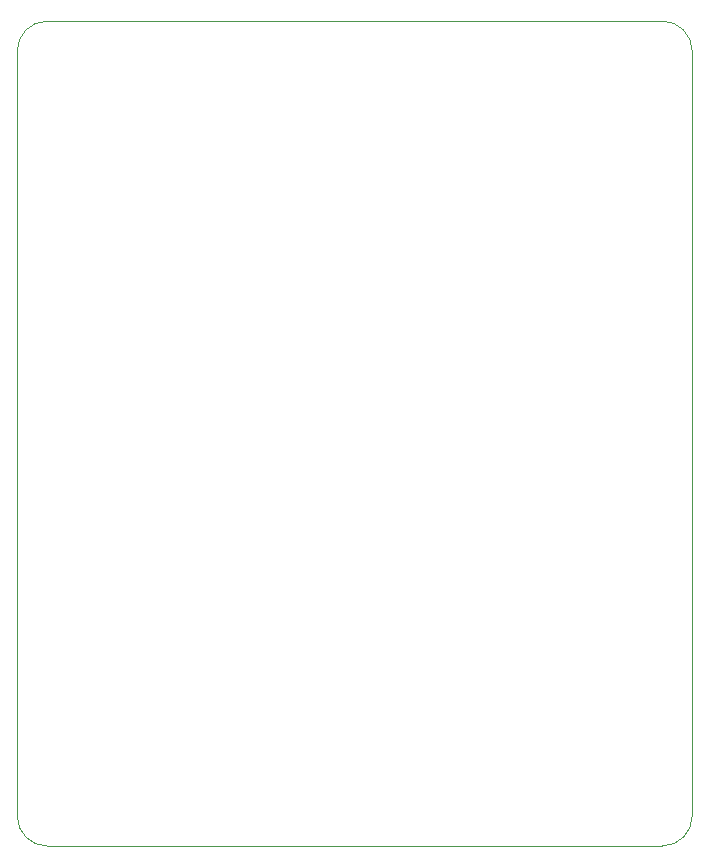
<source format=gbr>
G04 #@! TF.GenerationSoftware,KiCad,Pcbnew,(5.1.5)-3*
G04 #@! TF.CreationDate,2020-02-27T11:18:58-07:00*
G04 #@! TF.ProjectId,matildaboard,6d617469-6c64-4616-926f-6172642e6b69,rev?*
G04 #@! TF.SameCoordinates,Original*
G04 #@! TF.FileFunction,Profile,NP*
%FSLAX46Y46*%
G04 Gerber Fmt 4.6, Leading zero omitted, Abs format (unit mm)*
G04 Created by KiCad (PCBNEW (5.1.5)-3) date 2020-02-27 11:18:58*
%MOMM*%
%LPD*%
G04 APERTURE LIST*
%ADD10C,0.050000*%
G04 APERTURE END LIST*
D10*
X115570000Y-46990000D02*
G75*
G02X118110000Y-44450000I2540000J0D01*
G01*
X170180000Y-44450000D02*
G75*
G02X172720000Y-46990000I0J-2540000D01*
G01*
X172720000Y-111760000D02*
G75*
G02X170180000Y-114300000I-2540000J0D01*
G01*
X115570000Y-46990000D02*
X115570000Y-111760000D01*
X170180000Y-44450000D02*
X118110000Y-44450000D01*
X172720000Y-111760000D02*
X172720000Y-46990000D01*
X118110000Y-114300000D02*
X170180000Y-114300000D01*
X118110000Y-114300000D02*
G75*
G02X115570000Y-111760000I0J2540000D01*
G01*
M02*

</source>
